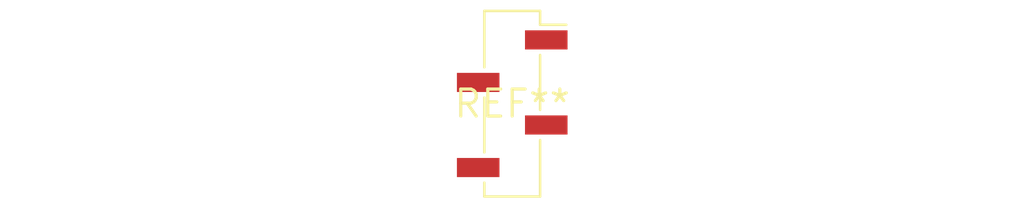
<source format=kicad_pcb>
(kicad_pcb (version 20240108) (generator pcbnew)
  (layers (0 "F.Cu" signal) (31 "B.Cu" signal) (34 "B.Paste" user) (35 "F.Paste" user) (36 "B.SilkS" user "B.Silkscreen") (37 "F.SilkS" user "F.Silkscreen") (38 "B.Mask" user) (39 "F.Mask" user) (44 "Edge.Cuts" user))
  (net 0 "")
  (footprint "PinSocket_1x04_P2.00mm_Vertical_SMD_Pin1Right" (layer "F.Cu") (at 0 0)
    (property "Reference" "REF**")
    (property "Value" "PinSocket_1x04_P2.00mm_Vertical_SMD_Pin1Right")
    (fp_line (start -1.31 -4.36) (end -1.31 -1.71) (layer "F.SilkS") (stroke (width 0.12)))
    (fp_line (start -1.31 -4.36) (end 1.31 -4.36) (layer "F.SilkS") (stroke (width 0.12)))
    (fp_line (start -1.31 -0.29) (end -1.31 2.29) (layer "F.SilkS") (stroke (width 0.12)))
    (fp_line (start -1.31 3.71) (end -1.31 4.36) (layer "F.SilkS") (stroke (width 0.12)))
    (fp_line (start -1.31 4.36) (end 1.31 4.36) (layer "F.SilkS") (stroke (width 0.12)))
    (fp_line (start 1.31 -4.36) (end 1.31 -3.71) (layer "F.SilkS") (stroke (width 0.12)))
    (fp_line (start 1.31 -3.71) (end 2.54 -3.71) (layer "F.SilkS") (stroke (width 0.12)))
    (fp_line (start 1.31 -2.29) (end 1.31 0.29) (layer "F.SilkS") (stroke (width 0.12)))
    (fp_line (start 1.31 1.71) (end 1.31 4.36) (layer "F.SilkS") (stroke (width 0.12)))
    (pad "1" smd rect (at 1.6 -3) (size 2 0.9) (layers "F.Cu" "F.Paste" "F.Mask"))
    (pad "2" smd rect (at -1.6 -1) (size 2 0.9) (layers "F.Cu" "F.Paste" "F.Mask"))
    (pad "3" smd rect (at 1.6 1) (size 2 0.9) (layers "F.Cu" "F.Paste" "F.Mask"))
    (pad "4" smd rect (at -1.6 3) (size 2 0.9) (layers "F.Cu" "F.Paste" "F.Mask"))
  )
)
</source>
